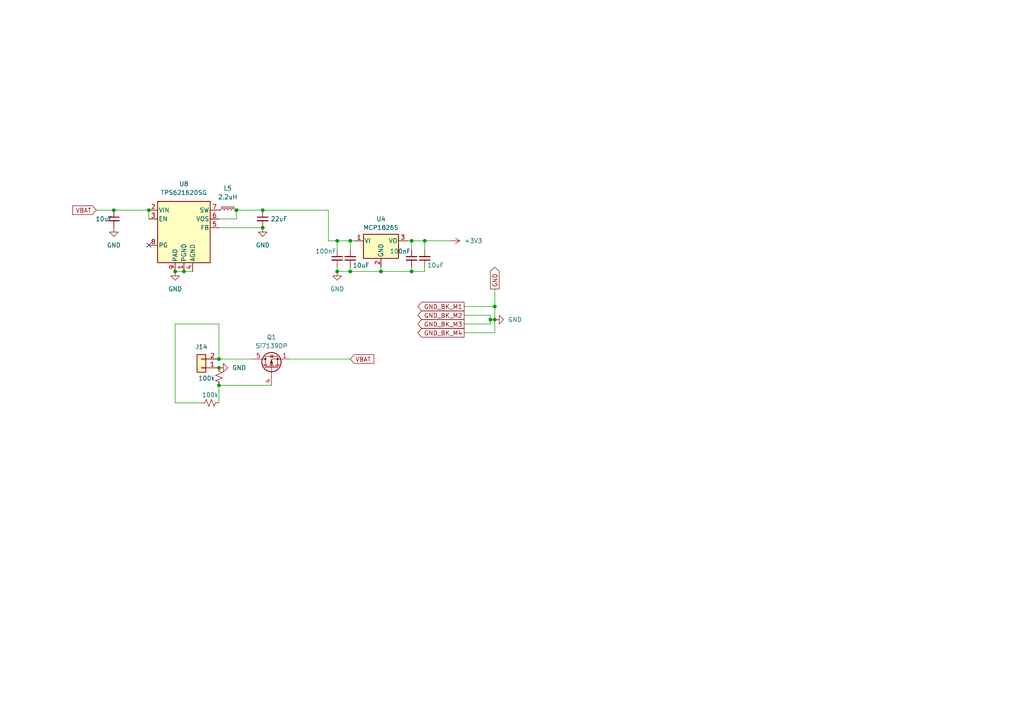
<source format=kicad_sch>
(kicad_sch (version 20250114) (generator "eeschema") (generator_version "9.0")
  (paper "A4")
  (title_block (date "2025-12-23") (rev "v1") (company "NeoDrone") (comment 1 "Made by Dulat Sarbassov") (comment 2 "dulatello08"))
  (lib_symbols
    (symbol "Connector_Generic:Conn_01x02" (pin_names (offset 1.016) (hide yes))
      (property "Reference" "J" (at 0 2.54 0))
      (property "Value" "Conn_01x02" (at 0 -5.08 0))
      (symbol "Conn_01x02_1_1"
        (rectangle (start -1.27 1.27) (end 1.27 -3.81) (stroke (width 0.254)) (fill (type background)))
        (rectangle (start -1.27 0.127) (end 0 -0.127) (stroke (width 0.1524)))
        (rectangle (start -1.27 -2.413) (end 0 -2.667) (stroke (width 0.1524)))
        (pin passive line (at -5.08 0 0) (length 3.81) (name "Pin_1") (number "1"))
        (pin passive line (at -5.08 -2.54 0) (length 3.81) (name "Pin_2") (number "2"))
      )
    )
    (symbol "Device:C_Small" (pin_numbers (hide yes)) (pin_names (offset 0.254) (hide yes))
      (property "Reference" "C" (at 0.254 1.778 0))
      (property "Value" "C_Small" (at 0.254 -2.032 0))
      (symbol "C_Small_0_1"
        (polyline (pts (xy -1.524 0.508) (xy 1.524 0.508)) (stroke (width 0.3048)))
        (polyline (pts (xy -1.524 -0.508) (xy 1.524 -0.508)) (stroke (width 0.3302)))
      )
      (symbol "C_Small_1_1"
        (pin passive line (at 0 2.54 270) (length 2.032) (name "~") (number "1"))
        (pin passive line (at 0 -2.54 90) (length 2.032) (name "~") (number "2"))
      )
    )
    (symbol "Device:L_Ferrite_Small" (pin_numbers (hide yes)) (pin_names (offset 0.254) (hide yes))
      (property "Reference" "L" (at 1.27 1.016 0))
      (property "Value" "L_Ferrite_Small" (at 1.27 -1.27 0))
      (symbol "L_Ferrite_Small_0_1"
        (arc (start 0 2.032) (mid 0.5058 1.524) (end 0 1.016))
        (arc (start 0 1.016) (mid 0.5058 0.508) (end 0 0))
        (arc (start 0 0) (mid 0.5058 -0.508) (end 0 -1.016))
        (arc (start 0 -1.016) (mid 0.5058 -1.524) (end 0 -2.032))
        (polyline (pts (xy 0.762 1.651) (xy 0.762 1.905)))
        (polyline (pts (xy 0.762 1.143) (xy 0.762 1.397)))
        (polyline (pts (xy 0.762 0.635) (xy 0.762 0.889)))
        (polyline (pts (xy 0.762 0.127) (xy 0.762 0.381)))
        (polyline (pts (xy 0.762 -0.381) (xy 0.762 -0.127)))
        (polyline (pts (xy 0.762 -0.889) (xy 0.762 -0.635)))
        (polyline (pts (xy 0.762 -1.397) (xy 0.762 -1.143)))
        (polyline (pts (xy 0.762 -1.905) (xy 0.762 -1.651)))
        (polyline (pts (xy 1.016 1.905) (xy 1.016 1.651)))
        (polyline (pts (xy 1.016 1.397) (xy 1.016 1.143)))
        (polyline (pts (xy 1.016 0.889) (xy 1.016 0.635)))
        (polyline (pts (xy 1.016 0.381) (xy 1.016 0.127)))
        (polyline (pts (xy 1.016 -0.127) (xy 1.016 -0.381)))
        (polyline (pts (xy 1.016 -0.635) (xy 1.016 -0.889)))
        (polyline (pts (xy 1.016 -1.143) (xy 1.016 -1.397)))
        (polyline (pts (xy 1.016 -1.651) (xy 1.016 -1.905)))
      )
      (symbol "L_Ferrite_Small_1_1"
        (pin passive line (at 0 2.54 270) (length 0.508) (name "~") (number "1"))
        (pin passive line (at 0 -2.54 90) (length 0.508) (name "~") (number "2"))
      )
    )
    (symbol "Device:R_Small_US" (pin_numbers (hide yes)) (pin_names (offset 0.254) (hide yes))
      (property "Reference" "R" (at 0.762 0.508 0))
      (property "Value" "R_Small_US" (at 0.762 -1.016 0))
      (symbol "R_Small_US_1_1"
        (polyline (pts (xy 0 1.524) (xy 1.016 1.143) (xy 0 0.762) (xy -1.016 0.381) (xy 0 0)))
        (polyline (pts (xy 0 0) (xy 1.016 -0.381) (xy 0 -0.762) (xy -1.016 -1.143) (xy 0 -1.524)))
        (pin passive line (at 0 2.54 270) (length 1.016) (name "~") (number "1"))
        (pin passive line (at 0 -2.54 90) (length 1.016) (name "~") (number "2"))
      )
    )
    (symbol "Regulator_Linear:MCP1826S" (pin_names (offset 0.254))
      (property "Reference" "U" (at -3.81 3.175 0))
      (property "Value" "MCP1826S" (at 0 3.175 0))
      (symbol "MCP1826S_0_1"
        (rectangle (start -5.08 1.905) (end 5.08 -5.08) (stroke (width 0.254)) (fill (type background)))
      )
      (symbol "MCP1826S_1_1"
        (pin power_in line (at -7.62 0 0) (length 2.54) (name "VI") (number "1"))
        (pin power_in line (at 0 -7.62 90) (length 2.54) (name "GND") (number "2"))
        (pin power_out line (at 7.62 0 180) (length 2.54) (name "VO") (number "3"))
      )
    )
    (symbol "Regulator_Switching:TPS62163DSG" (pin_names (offset 0.254))
      (property "Reference" "U" (at -7.62 11.43 0))
      (property "Value" "TPS62163DSG" (at -1.27 11.43 0))
      (symbol "TPS62163DSG_0_1"
        (rectangle (start -7.62 10.16) (end 7.62 -7.62) (stroke (width 0.254)) (fill (type background)))
      )
      (symbol "TPS62163DSG_1_1"
        (pin power_in line (at -10.16 7.62 0) (length 2.54) (name "VIN") (number "2"))
        (pin input line (at -10.16 5.08 0) (length 2.54) (name "EN") (number "3"))
        (pin open_collector line (at -10.16 -2.54 0) (length 2.54) (name "PG") (number "8"))
        (pin power_in line (at -2.54 -10.16 90) (length 2.54) (name "PAD") (number "9"))
        (pin power_in line (at 0 -10.16 90) (length 2.54) (name "PGND") (number "1"))
        (pin power_in line (at 2.54 -10.16 90) (length 2.54) (name "AGND") (number "4"))
        (pin output line (at 10.16 7.62 180) (length 2.54) (name "SW") (number "7"))
        (pin input line (at 10.16 5.08 180) (length 2.54) (name "VOS") (number "6"))
        (pin input line (at 10.16 2.54 180) (length 2.54) (name "FB") (number "5"))
      )
    )
    (symbol "Transistor_FET:Si7141DP" (pin_names (hide yes))
      (property "Reference" "Q" (at 5.08 1.905 0))
      (property "Value" "Si7141DP" (at 5.08 0 0))
      (symbol "Si7141DP_0_1"
        (polyline (pts (xy 0.254 1.905) (xy 0.254 -1.905)) (stroke (width 0.254)))
        (polyline (pts (xy 0.254 0) (xy -2.54 0)))
        (polyline (pts (xy 0.762 2.286) (xy 0.762 1.27)) (stroke (width 0.254)))
        (polyline (pts (xy 0.762 1.778) (xy 3.302 1.778) (xy 3.302 -1.778) (xy 0.762 -1.778)))
        (polyline (pts (xy 0.762 0.508) (xy 0.762 -0.508)) (stroke (width 0.254)))
        (polyline (pts (xy 0.762 -1.27) (xy 0.762 -2.286)) (stroke (width 0.254)))
        (circle (center 1.651 0) (radius 2.794) (stroke (width 0.254)))
        (polyline (pts (xy 2.286 0) (xy 1.27 0.381) (xy 1.27 -0.381) (xy 2.286 0)) (fill (type outline)))
        (polyline (pts (xy 2.54 2.54) (xy 2.54 1.778)))
        (circle (center 2.54 1.778) (radius 0.254) (fill (type outline)))
        (circle (center 2.54 -1.778) (radius 0.254) (fill (type outline)))
        (polyline (pts (xy 2.54 -2.54) (xy 2.54 0) (xy 0.762 0)))
        (polyline (pts (xy 2.794 -0.508) (xy 2.921 -0.381) (xy 3.683 -0.381) (xy 3.81 -0.254)))
        (polyline (pts (xy 3.302 -0.381) (xy 2.921 0.254) (xy 3.683 0.254) (xy 3.302 -0.381)))
      )
      (symbol "Si7141DP_1_1"
        (pin input line (at -5.08 0 0) (length 2.54) (name "G") (number "4"))
        (pin passive line (at 2.54 5.08 270) (length 2.54) (name "D") (number "5"))
        (pin passive line (at 2.54 -5.08 90) (length 2.54) (name "S") (number "1"))
        (pin passive line (at 2.54 -5.08 90) (length 2.54) (hide yes) (name "S") (number "2"))
        (pin passive line (at 2.54 -5.08 90) (length 2.54) (hide yes) (name "S") (number "3"))
      )
    )
    (symbol "power:+3V3" (power) (pin_numbers (hide yes)) (pin_names (offset 0) (hide yes))
      (property "Value" "+3V3" (at 0 3.556 0))
      (symbol "+3V3_0_1"
        (polyline (pts (xy -0.762 1.27) (xy 0 2.54)))
        (polyline (pts (xy 0 2.54) (xy 0.762 1.27)))
        (polyline (pts (xy 0 0) (xy 0 2.54)))
      )
      (symbol "+3V3_1_1"
        (pin power_in line (at 0 0 90) (length 0) (name "~") (number "1"))
      )
    )
    (symbol "power:GND" (power) (pin_numbers (hide yes)) (pin_names (offset 0) (hide yes))
      (property "Value" "GND" (at 0 -3.81 0))
      (symbol "GND_0_1"
        (polyline (pts (xy 0 0) (xy 0 -1.27) (xy 1.27 -1.27) (xy 0 -2.54) (xy -1.27 -1.27) (xy 0 -1.27)))
      )
      (symbol "GND_1_1"
        (pin power_in line (at 0 0 270) (length 0) (name "~") (number "1"))
      )
    )
  )
  (junction (at 76.2 66.04))
  (junction (at 101.6 69.85))
  (junction (at 110.49 78.74))
  (junction (at 63.5 106.68))
  (junction (at 123.19 69.85))
  (junction (at 63.5 111.76))
  (junction (at 63.5 104.14))
  (junction (at 50.8 78.74))
  (junction (at 119.38 69.85))
  (junction (at 101.6 78.74))
  (junction (at 119.38 78.74))
  (junction (at 97.79 78.74))
  (junction (at 68.58 60.96))
  (junction (at 76.2 60.96))
  (junction (at 43.18 60.96))
  (junction (at 142.24 92.71))
  (junction (at 143.51 92.71))
  (junction (at 143.51 88.9))
  (junction (at 33.02 60.96))
  (junction (at 53.34 78.74))
  (junction (at 97.79 69.85))
  (no_connect (at 43.18 71.12))
  (wire (pts (xy 119.38 78.74) (xy 123.19 78.74)))
  (wire (pts (xy 142.24 91.44) (xy 142.24 92.71)))
  (wire (pts (xy 134.62 96.52) (xy 143.51 96.52)))
  (wire (pts (xy 123.19 69.85) (xy 123.19 72.39)))
  (wire (pts (xy 97.79 78.74) (xy 101.6 78.74)))
  (wire (pts (xy 110.49 78.74) (xy 119.38 78.74)))
  (wire (pts (xy 101.6 69.85) (xy 102.87 69.85)))
  (wire (pts (xy 68.58 63.5) (xy 68.58 60.96)))
  (wire (pts (xy 119.38 69.85) (xy 118.11 69.85)))
  (wire (pts (xy 33.02 60.96) (xy 43.18 60.96)))
  (wire (pts (xy 78.74 111.76) (xy 63.5 111.76)))
  (wire (pts (xy 95.25 60.96) (xy 95.25 69.85)))
  (wire (pts (xy 50.8 78.74) (xy 53.34 78.74)))
  (wire (pts (xy 134.62 88.9) (xy 143.51 88.9)))
  (wire (pts (xy 63.5 63.5) (xy 68.58 63.5)))
  (wire (pts (xy 63.5 93.98) (xy 50.8 93.98)))
  (wire (pts (xy 110.49 78.74) (xy 110.49 77.47)))
  (wire (pts (xy 83.82 104.14) (xy 101.6 104.14)))
  (wire (pts (xy 95.25 69.85) (xy 97.79 69.85)))
  (wire (pts (xy 123.19 69.85) (xy 119.38 69.85)))
  (wire (pts (xy 130.81 69.85) (xy 123.19 69.85)))
  (wire (pts (xy 123.19 77.47) (xy 123.19 78.74)))
  (wire (pts (xy 50.8 116.84) (xy 58.42 116.84)))
  (wire (pts (xy 50.8 93.98) (xy 50.8 116.84)))
  (wire (pts (xy 119.38 69.85) (xy 119.38 72.39)))
  (wire (pts (xy 97.79 77.47) (xy 97.79 78.74)))
  (wire (pts (xy 73.66 104.14) (xy 63.5 104.14)))
  (wire (pts (xy 43.18 60.96) (xy 43.18 63.5)))
  (wire (pts (xy 63.5 111.76) (xy 63.5 116.84)))
  (wire (pts (xy 143.51 96.52) (xy 143.51 92.71)))
  (wire (pts (xy 63.5 104.14) (xy 63.5 93.98)))
  (wire (pts (xy 143.51 83.82) (xy 143.51 88.9)))
  (wire (pts (xy 143.51 88.9) (xy 143.51 92.71)))
  (wire (pts (xy 27.94 60.96) (xy 33.02 60.96)))
  (wire (pts (xy 142.24 93.98) (xy 142.24 92.71)))
  (wire (pts (xy 119.38 77.47) (xy 119.38 78.74)))
  (wire (pts (xy 97.79 69.85) (xy 97.79 72.39)))
  (wire (pts (xy 53.34 78.74) (xy 55.88 78.74)))
  (wire (pts (xy 101.6 77.47) (xy 101.6 78.74)))
  (wire (pts (xy 134.62 93.98) (xy 142.24 93.98)))
  (wire (pts (xy 97.79 69.85) (xy 101.6 69.85)))
  (wire (pts (xy 142.24 92.71) (xy 143.51 92.71)))
  (wire (pts (xy 134.62 91.44) (xy 142.24 91.44)))
  (wire (pts (xy 68.58 60.96) (xy 76.2 60.96)))
  (wire (pts (xy 101.6 69.85) (xy 101.6 72.39)))
  (wire (pts (xy 63.5 66.04) (xy 76.2 66.04)))
  (wire (pts (xy 101.6 78.74) (xy 110.49 78.74)))
  (wire (pts (xy 76.2 60.96) (xy 95.25 60.96)))
  (global_label "GND_BK_M4" (shape output) (at 134.62 96.52 180) (property "Intersheetrefs" "${INTERSHEET_REFS}" (effects (hide yes))))
  (global_label "GND_BK_M2" (shape output) (at 134.62 91.44 180) (property "Intersheetrefs" "${INTERSHEET_REFS}" (effects (hide yes))))
  (global_label "GND_BK_M1" (shape output) (at 134.62 88.9 180) (property "Intersheetrefs" "${INTERSHEET_REFS}" (effects (hide yes))))
  (global_label "VBAT" (shape input) (at 27.94 60.96 180) (property "Intersheetrefs" "${INTERSHEET_REFS}" (effects (hide yes))))
  (global_label "VBAT" (shape input) (at 101.6 104.14 0) (property "Intersheetrefs" "${INTERSHEET_REFS}" (effects (hide yes))))
  (global_label "GND_BK_M3" (shape output) (at 134.62 93.98 180) (property "Intersheetrefs" "${INTERSHEET_REFS}" (effects (hide yes))))
  (global_label "GND" (shape output) (at 143.51 83.82 90) (property "Intersheetrefs" "${INTERSHEET_REFS}" (effects (hide yes))))
  (symbol (lib_id "power:GND") (at 143.51 92.71 90) (unit 1)
    (property "Reference" "#PWR036" (effects (hide yes)))
    (property "Value" "GND" (at 147.32 92.7099 90) (effects (justify right)))
    (property "Description" "Power symbol creates a global label with name \"GND\" , ground" (effects (hide yes)))
  )
  (symbol (lib_id "power:GND") (at 63.5 106.68 90) (unit 1)
    (property "Reference" "#PWR023" (effects (hide yes)))
    (property "Value" "GND" (at 67.31 106.6799 90) (effects (justify right)))
    (property "Description" "Power symbol creates a global label with name \"GND\" , ground" (effects (hide yes)))
  )
  (symbol (lib_id "power:GND") (at 97.79 78.74 0) (unit 1)
    (property "Reference" "#PWR040" (effects (hide yes)))
    (property "Value" "GND" (at 97.79 83.82 0))
    (property "Description" "Power symbol creates a global label with name \"GND\" , ground" (effects (hide yes)))
  )
  (symbol (lib_id "power:+3V3") (at 130.81 69.85 270) (unit 1)
    (property "Reference" "#PWR022" (effects (hide yes)))
    (property "Value" "+3V3" (at 134.62 69.8499 90) (effects (justify left)))
    (property "Description" "Power symbol creates a global label with name \"+3V3\"" (effects (hide yes)))
  )
  (symbol (lib_id "Device:L_Ferrite_Small") (at 66.04 60.96 90) (unit 1)
    (property "Reference" "L5" (at 66.04 54.61 90))
    (property "Value" "2.2uH" (at 66.04 57.15 90))
    (property "Footprint" "Inductor_SMD:L_1008_2520Metric_Pad1.43x2.20mm_HandSolder" (effects (hide yes)))
    (property "Description" "Inductor with ferrite core, small symbol" (effects (hide yes)))
  )
  (symbol (lib_id "power:GND") (at 50.8 78.74 0) (unit 1)
    (property "Reference" "#PWR037" (effects (hide yes)))
    (property "Value" "GND" (at 50.8 83.82 0))
    (property "Description" "Power symbol creates a global label with name \"GND\" , ground" (effects (hide yes)))
  )
  (symbol (lib_id "Device:C_Small") (at 76.2 63.5 0) (unit 1)
    (property "Reference" "C43" (effects (hide yes)))
    (property "Value" "22uF" (at 78.486 63.5 0) (effects (justify left)))
    (property "Footprint" "Capacitor_SMD:C_1206_3216Metric_Pad1.33x1.80mm_HandSolder" (effects (hide yes)))
    (property "Description" "Unpolarized capacitor, small symbol" (effects (hide yes)))
  )
  (symbol (lib_id "Device:C_Small") (at 97.79 74.93 0) (unit 1)
    (property "Reference" "C17" (effects (hide yes)))
    (property "Value" "100nF" (at 91.44 72.898 0) (effects (justify left)))
    (property "Footprint" "Capacitor_SMD:C_0603_1608Metric_Pad1.08x0.95mm_HandSolder" (effects (hide yes)))
    (property "Description" "Unpolarized capacitor, small symbol" (effects (hide yes)))
  )
  (symbol (lib_id "Device:C_Small") (at 123.19 74.93 180) (unit 1)
    (property "Reference" "C20" (effects (hide yes)))
    (property "Value" "10uF" (at 128.778 76.962 0) (effects (justify left)))
    (property "Footprint" "Capacitor_SMD:C_0603_1608Metric_Pad1.08x0.95mm_HandSolder" (effects (hide yes)))
    (property "Description" "Unpolarized capacitor, small symbol" (effects (hide yes)))
  )
  (symbol (lib_id "Device:C_Small") (at 33.02 63.5 0) (unit 1)
    (property "Reference" "C42" (effects (hide yes)))
    (property "Value" "10uF" (at 27.686 63.5 0) (effects (justify left)))
    (property "Footprint" "Capacitor_SMD:C_0603_1608Metric_Pad1.08x0.95mm_HandSolder" (effects (hide yes)))
    (property "Description" "Unpolarized capacitor, small symbol" (effects (hide yes)))
  )
  (symbol (lib_id "Regulator_Linear:MCP1826S") (at 110.49 69.85 0) (unit 1)
    (property "Reference" "U4" (at 110.49 63.5 0))
    (property "Value" "MCP1826S" (at 110.49 66.04 0))
    (property "Footprint" "Package_TO_SOT_SMD:SOT-223-3_TabPin2" (effects (hide yes)))
    (property "Datasheet" "http://ww1.microchip.com/downloads/en/DeviceDoc/22057B.pdf" (effects (hide yes)))
    (property "Description" "1000mA, Low-Voltage, Low Quiescent Current LDO Regulator, SOT-223, TO-220, TO-263" (effects (hide yes)))
  )
  (symbol (lib_id "Device:C_Small") (at 119.38 74.93 0) (unit 1)
    (property "Reference" "C19" (effects (hide yes)))
    (property "Value" "100nF" (at 113.03 72.898 0) (effects (justify left)))
    (property "Footprint" "Capacitor_SMD:C_0603_1608Metric_Pad1.08x0.95mm_HandSolder" (effects (hide yes)))
    (property "Description" "Unpolarized capacitor, small symbol" (effects (hide yes)))
  )
  (symbol (lib_id "Device:C_Small") (at 101.6 74.93 180) (unit 1)
    (property "Reference" "C18" (effects (hide yes)))
    (property "Value" "10uF" (at 107.188 76.962 0) (effects (justify left)))
    (property "Footprint" "Capacitor_SMD:C_0603_1608Metric_Pad1.08x0.95mm_HandSolder" (effects (hide yes)))
    (property "Description" "Unpolarized capacitor, small symbol" (effects (hide yes)))
  )
  (symbol (lib_id "Device:R_Small_US") (at 60.96 116.84 90) (unit 1)
    (property "Reference" "R16" (effects (hide yes)))
    (property "Value" "100k" (at 60.96 114.554 90))
    (property "Footprint" "Resistor_SMD:R_0603_1608Metric_Pad0.98x0.95mm_HandSolder" (effects (hide yes)))
    (property "Description" "Resistor, small US symbol" (effects (hide yes)))
  )
  (symbol (lib_id "Device:R_Small_US") (at 63.5 109.22 180) (unit 1)
    (property "Reference" "R17" (effects (hide yes)))
    (property "Value" "100k" (at 59.944 109.728 0))
    (property "Footprint" "Resistor_SMD:R_0603_1608Metric_Pad0.98x0.95mm_HandSolder" (effects (hide yes)))
    (property "Description" "Resistor, small US symbol" (effects (hide yes)))
  )
  (symbol (lib_id "power:GND") (at 33.02 66.04 0) (unit 1)
    (property "Reference" "#PWR038" (effects (hide yes)))
    (property "Value" "GND" (at 33.02 71.12 0))
    (property "Description" "Power symbol creates a global label with name \"GND\" , ground" (effects (hide yes)))
  )
  (symbol (lib_id "power:GND") (at 76.2 66.04 0) (unit 1)
    (property "Reference" "#PWR039" (effects (hide yes)))
    (property "Value" "GND" (at 76.2 71.12 0))
    (property "Description" "Power symbol creates a global label with name \"GND\" , ground" (effects (hide yes)))
  )
  (symbol (lib_id "Connector_Generic:Conn_01x02") (at 58.42 106.68 180) (unit 1)
    (property "Reference" "J14" (at 58.42 100.584 0))
    (property "Value" "Conn_01x02" (effects (hide yes)))
    (property "Footprint" "Connector_Wire:SolderWire-2sqmm_1x02_P7.8mm_D2mm_OD3.9mm" (effects (hide yes)))
    (property "Description" "Generic connector, single row, 01x02, script generated (kicad-library-utils/schlib/autogen/connector/)" (effects (hide yes)))
  )
  (symbol (lib_id "Regulator_Switching:TPS62163DSG") (at 53.34 68.58 0) (unit 1)
    (property "Reference" "U8" (at 53.34 53.34 0))
    (property "Value" "TPS62162DSG" (at 53.34 55.88 0))
    (property "Footprint" "Package_SON:WSON-8-1EP_2x2mm_P0.5mm_EP0.9x1.6mm" (effects (hide yes)))
    (property "Datasheet" "http://www.ti.com/lit/ds/symlink/tps62160.pdf" (effects (hide yes)))
    (property "Description" "1A Step-Down Converter with DCS-Control, fixed 5.0V output, 3-17V input voltage, WSON-8" (effects (hide yes)))
  )
  (symbol (lib_id "Transistor_FET:Si7141DP") (at 78.74 106.68 90) (unit 1)
    (property "Reference" "Q1" (at 78.74 97.79 90))
    (property "Value" "Si7139DP" (at 78.74 100.33 90))
    (property "Footprint" "Package_SO:PowerPAK_SO-8_Single" (effects (hide yes)))
    (property "Datasheet" "https://www.vishay.com/docs/65596/si7141dp.pdf" (effects (hide yes)))
    (property "Description" "-60A Id, -20V Vds, 1.9 mOhm Ron, PowerPAK-8" (effects (hide yes)))
  )
)
</source>
